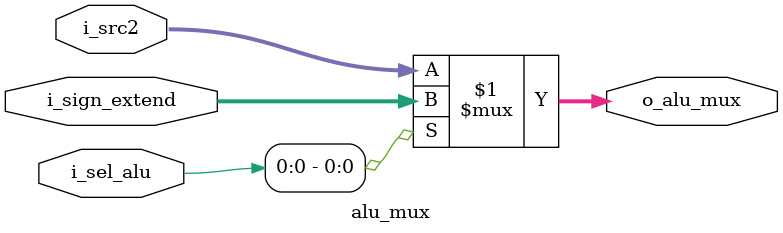
<source format=v>
module alu_mux (
    input  wire [5:0]  i_sel_alu,
    input  wire [31:0] i_sign_extend,
    input  wire [31:0] i_src2,
    output wire [31:0] o_alu_mux
);

    // Minimal behavior: select between sign-extended immediate and src2
    // For now, choose sign-extend when opcode LSB is 1 (placeholder)
    assign o_alu_mux = (i_sel_alu[0]) ? i_sign_extend : i_src2;

endmodule


</source>
